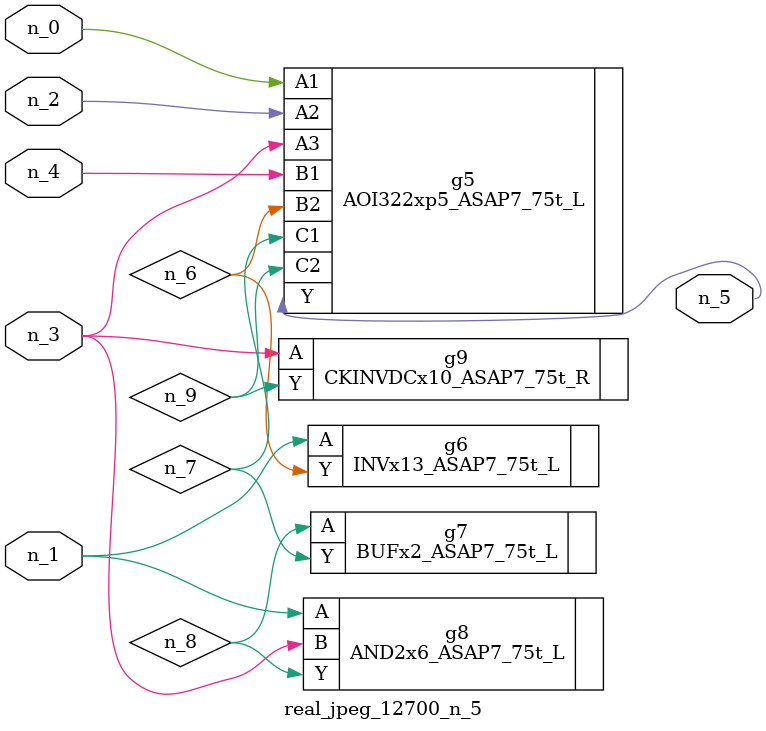
<source format=v>
module real_jpeg_12700_n_5 (n_4, n_0, n_1, n_2, n_3, n_5);

input n_4;
input n_0;
input n_1;
input n_2;
input n_3;

output n_5;

wire n_8;
wire n_6;
wire n_7;
wire n_9;

AOI322xp5_ASAP7_75t_L g5 ( 
.A1(n_0),
.A2(n_2),
.A3(n_3),
.B1(n_4),
.B2(n_6),
.C1(n_7),
.C2(n_9),
.Y(n_5)
);

INVx13_ASAP7_75t_L g6 ( 
.A(n_1),
.Y(n_6)
);

AND2x6_ASAP7_75t_L g8 ( 
.A(n_1),
.B(n_3),
.Y(n_8)
);

CKINVDCx10_ASAP7_75t_R g9 ( 
.A(n_3),
.Y(n_9)
);

BUFx2_ASAP7_75t_L g7 ( 
.A(n_8),
.Y(n_7)
);


endmodule
</source>
